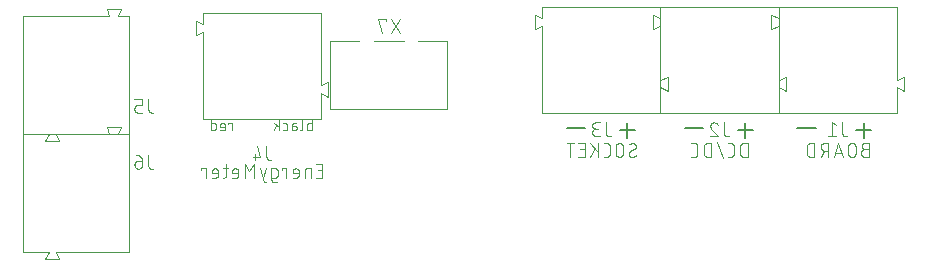
<source format=gbr>
G04 EAGLE Gerber RS-274X export*
G75*
%MOMM*%
%FSLAX34Y34*%
%LPD*%
%INSilkscreen Bottom*%
%IPPOS*%
%AMOC8*
5,1,8,0,0,1.08239X$1,22.5*%
G01*
%ADD10C,0.152400*%
%ADD11C,0.203200*%
%ADD12C,0.076200*%
%ADD13C,0.100000*%
%ADD14C,0.101600*%


D10*
X513079Y2947D02*
X500762Y2947D01*
X506921Y-3212D02*
X506921Y9106D01*
X600762Y2947D02*
X613079Y2947D01*
X606921Y-3212D02*
X606921Y9106D01*
X700762Y2947D02*
X713079Y2947D01*
X706921Y-3212D02*
X706921Y9106D01*
D11*
X471328Y4948D02*
X456016Y4948D01*
X651016Y4948D02*
X666328Y4948D01*
X571328Y4948D02*
X556016Y4948D01*
D12*
X239619Y2881D02*
X239619Y12119D01*
X239619Y2881D02*
X237053Y2881D01*
X236977Y2883D01*
X236902Y2888D01*
X236827Y2898D01*
X236753Y2911D01*
X236679Y2927D01*
X236606Y2947D01*
X236534Y2971D01*
X236464Y2998D01*
X236395Y3029D01*
X236327Y3063D01*
X236261Y3100D01*
X236197Y3141D01*
X236136Y3184D01*
X236076Y3231D01*
X236019Y3280D01*
X235964Y3332D01*
X235912Y3387D01*
X235863Y3444D01*
X235816Y3504D01*
X235773Y3565D01*
X235732Y3629D01*
X235695Y3695D01*
X235661Y3763D01*
X235630Y3832D01*
X235603Y3902D01*
X235579Y3974D01*
X235559Y4047D01*
X235543Y4121D01*
X235530Y4195D01*
X235520Y4270D01*
X235515Y4345D01*
X235513Y4421D01*
X235513Y7500D01*
X235515Y7576D01*
X235520Y7651D01*
X235530Y7726D01*
X235543Y7800D01*
X235559Y7874D01*
X235579Y7947D01*
X235603Y8019D01*
X235630Y8089D01*
X235661Y8158D01*
X235695Y8226D01*
X235732Y8292D01*
X235773Y8356D01*
X235816Y8417D01*
X235863Y8477D01*
X235912Y8534D01*
X235964Y8589D01*
X236019Y8641D01*
X236076Y8690D01*
X236136Y8737D01*
X236197Y8780D01*
X236261Y8821D01*
X236327Y8858D01*
X236395Y8892D01*
X236464Y8923D01*
X236534Y8950D01*
X236606Y8974D01*
X236679Y8994D01*
X236753Y9010D01*
X236827Y9023D01*
X236902Y9033D01*
X236977Y9038D01*
X237053Y9040D01*
X239619Y9040D01*
X231742Y12119D02*
X231742Y4421D01*
X231743Y4421D02*
X231741Y4343D01*
X231735Y4265D01*
X231725Y4188D01*
X231711Y4111D01*
X231694Y4035D01*
X231672Y3960D01*
X231647Y3886D01*
X231618Y3814D01*
X231586Y3743D01*
X231549Y3674D01*
X231510Y3606D01*
X231467Y3541D01*
X231421Y3478D01*
X231371Y3418D01*
X231319Y3360D01*
X231264Y3305D01*
X231206Y3253D01*
X231146Y3203D01*
X231083Y3157D01*
X231018Y3114D01*
X230950Y3075D01*
X230881Y3038D01*
X230810Y3006D01*
X230738Y2977D01*
X230664Y2952D01*
X230589Y2930D01*
X230513Y2913D01*
X230436Y2899D01*
X230359Y2889D01*
X230281Y2883D01*
X230203Y2881D01*
X225313Y6474D02*
X223004Y6474D01*
X225313Y6473D02*
X225396Y6471D01*
X225479Y6465D01*
X225561Y6456D01*
X225643Y6442D01*
X225724Y6425D01*
X225804Y6404D01*
X225884Y6380D01*
X225962Y6352D01*
X226038Y6320D01*
X226114Y6285D01*
X226187Y6246D01*
X226258Y6204D01*
X226328Y6159D01*
X226395Y6110D01*
X226460Y6059D01*
X226523Y6004D01*
X226583Y5947D01*
X226640Y5887D01*
X226695Y5824D01*
X226746Y5759D01*
X226795Y5692D01*
X226840Y5622D01*
X226882Y5551D01*
X226921Y5478D01*
X226956Y5402D01*
X226988Y5326D01*
X227016Y5248D01*
X227040Y5168D01*
X227061Y5088D01*
X227078Y5007D01*
X227092Y4925D01*
X227101Y4843D01*
X227107Y4760D01*
X227109Y4677D01*
X227107Y4594D01*
X227101Y4511D01*
X227092Y4429D01*
X227078Y4347D01*
X227061Y4266D01*
X227040Y4186D01*
X227016Y4106D01*
X226988Y4028D01*
X226956Y3952D01*
X226921Y3876D01*
X226882Y3803D01*
X226840Y3732D01*
X226795Y3662D01*
X226746Y3595D01*
X226695Y3530D01*
X226640Y3467D01*
X226583Y3407D01*
X226523Y3350D01*
X226460Y3295D01*
X226395Y3244D01*
X226328Y3195D01*
X226258Y3150D01*
X226187Y3108D01*
X226114Y3069D01*
X226038Y3034D01*
X225962Y3002D01*
X225884Y2974D01*
X225804Y2950D01*
X225724Y2929D01*
X225643Y2912D01*
X225561Y2898D01*
X225479Y2889D01*
X225396Y2883D01*
X225313Y2881D01*
X223004Y2881D01*
X223004Y7500D01*
X223003Y7500D02*
X223005Y7576D01*
X223010Y7651D01*
X223020Y7726D01*
X223033Y7800D01*
X223049Y7874D01*
X223069Y7947D01*
X223093Y8019D01*
X223120Y8089D01*
X223151Y8158D01*
X223185Y8226D01*
X223222Y8292D01*
X223263Y8356D01*
X223306Y8417D01*
X223353Y8477D01*
X223402Y8534D01*
X223454Y8589D01*
X223509Y8641D01*
X223566Y8690D01*
X223626Y8737D01*
X223687Y8780D01*
X223751Y8821D01*
X223817Y8858D01*
X223885Y8892D01*
X223954Y8923D01*
X224024Y8950D01*
X224096Y8974D01*
X224169Y8994D01*
X224243Y9010D01*
X224317Y9023D01*
X224392Y9033D01*
X224467Y9038D01*
X224543Y9040D01*
X224544Y9040D02*
X226596Y9040D01*
X217415Y2881D02*
X215362Y2881D01*
X217415Y2881D02*
X217491Y2883D01*
X217566Y2888D01*
X217641Y2898D01*
X217715Y2911D01*
X217789Y2927D01*
X217862Y2947D01*
X217934Y2971D01*
X218004Y2998D01*
X218073Y3029D01*
X218141Y3063D01*
X218207Y3100D01*
X218271Y3141D01*
X218332Y3184D01*
X218392Y3231D01*
X218449Y3280D01*
X218504Y3332D01*
X218556Y3387D01*
X218605Y3444D01*
X218652Y3504D01*
X218695Y3565D01*
X218736Y3629D01*
X218773Y3695D01*
X218807Y3763D01*
X218838Y3832D01*
X218865Y3902D01*
X218889Y3974D01*
X218909Y4047D01*
X218925Y4121D01*
X218938Y4195D01*
X218948Y4270D01*
X218953Y4345D01*
X218955Y4421D01*
X218954Y4421D02*
X218954Y7500D01*
X218955Y7500D02*
X218953Y7576D01*
X218948Y7651D01*
X218938Y7726D01*
X218925Y7800D01*
X218909Y7874D01*
X218889Y7947D01*
X218865Y8019D01*
X218838Y8089D01*
X218807Y8158D01*
X218773Y8226D01*
X218736Y8292D01*
X218695Y8356D01*
X218652Y8417D01*
X218605Y8477D01*
X218556Y8534D01*
X218504Y8589D01*
X218449Y8641D01*
X218392Y8690D01*
X218332Y8737D01*
X218271Y8780D01*
X218207Y8821D01*
X218141Y8858D01*
X218073Y8892D01*
X218004Y8923D01*
X217934Y8950D01*
X217862Y8974D01*
X217789Y8994D01*
X217715Y9010D01*
X217641Y9023D01*
X217566Y9033D01*
X217491Y9038D01*
X217415Y9040D01*
X215362Y9040D01*
X211660Y12119D02*
X211660Y2881D01*
X211660Y5960D02*
X207555Y9040D01*
X209864Y7243D02*
X207555Y2881D01*
X172119Y2881D02*
X172119Y9040D01*
X169040Y9040D01*
X169040Y8013D01*
X164630Y2881D02*
X162064Y2881D01*
X164630Y2881D02*
X164706Y2883D01*
X164781Y2888D01*
X164856Y2898D01*
X164930Y2911D01*
X165004Y2927D01*
X165077Y2947D01*
X165149Y2971D01*
X165219Y2998D01*
X165288Y3029D01*
X165356Y3063D01*
X165422Y3100D01*
X165486Y3141D01*
X165547Y3184D01*
X165607Y3231D01*
X165664Y3280D01*
X165719Y3332D01*
X165771Y3387D01*
X165820Y3444D01*
X165867Y3504D01*
X165910Y3565D01*
X165951Y3629D01*
X165988Y3695D01*
X166022Y3763D01*
X166053Y3832D01*
X166080Y3902D01*
X166104Y3974D01*
X166124Y4047D01*
X166140Y4121D01*
X166153Y4195D01*
X166163Y4270D01*
X166168Y4345D01*
X166170Y4421D01*
X166170Y6987D01*
X166168Y7077D01*
X166162Y7166D01*
X166152Y7255D01*
X166139Y7343D01*
X166121Y7431D01*
X166100Y7518D01*
X166075Y7604D01*
X166046Y7689D01*
X166014Y7773D01*
X165978Y7855D01*
X165938Y7935D01*
X165895Y8014D01*
X165848Y8090D01*
X165799Y8165D01*
X165746Y8237D01*
X165690Y8307D01*
X165631Y8374D01*
X165569Y8439D01*
X165504Y8501D01*
X165437Y8560D01*
X165367Y8616D01*
X165295Y8669D01*
X165220Y8718D01*
X165144Y8765D01*
X165065Y8808D01*
X164985Y8848D01*
X164903Y8884D01*
X164819Y8916D01*
X164734Y8945D01*
X164648Y8970D01*
X164561Y8991D01*
X164473Y9009D01*
X164385Y9022D01*
X164296Y9032D01*
X164207Y9038D01*
X164117Y9040D01*
X164027Y9038D01*
X163938Y9032D01*
X163849Y9022D01*
X163761Y9009D01*
X163673Y8991D01*
X163586Y8970D01*
X163500Y8945D01*
X163415Y8916D01*
X163331Y8884D01*
X163249Y8848D01*
X163169Y8808D01*
X163091Y8765D01*
X163014Y8718D01*
X162939Y8669D01*
X162867Y8616D01*
X162797Y8560D01*
X162730Y8501D01*
X162665Y8439D01*
X162603Y8374D01*
X162544Y8307D01*
X162488Y8237D01*
X162435Y8165D01*
X162386Y8090D01*
X162339Y8014D01*
X162296Y7935D01*
X162256Y7855D01*
X162220Y7773D01*
X162188Y7689D01*
X162159Y7604D01*
X162134Y7518D01*
X162113Y7431D01*
X162095Y7343D01*
X162082Y7255D01*
X162072Y7166D01*
X162066Y7077D01*
X162064Y6987D01*
X162064Y5960D01*
X166170Y5960D01*
X154310Y2881D02*
X154310Y12119D01*
X154310Y2881D02*
X156876Y2881D01*
X156952Y2883D01*
X157027Y2888D01*
X157102Y2898D01*
X157176Y2911D01*
X157250Y2927D01*
X157323Y2947D01*
X157395Y2971D01*
X157465Y2998D01*
X157534Y3029D01*
X157602Y3063D01*
X157668Y3100D01*
X157732Y3141D01*
X157793Y3184D01*
X157853Y3231D01*
X157910Y3280D01*
X157965Y3332D01*
X158017Y3387D01*
X158066Y3444D01*
X158113Y3504D01*
X158156Y3565D01*
X158197Y3629D01*
X158234Y3695D01*
X158268Y3763D01*
X158299Y3832D01*
X158326Y3902D01*
X158350Y3974D01*
X158370Y4047D01*
X158386Y4121D01*
X158399Y4195D01*
X158409Y4270D01*
X158414Y4345D01*
X158416Y4421D01*
X158415Y4421D02*
X158415Y7500D01*
X158416Y7500D02*
X158414Y7576D01*
X158409Y7651D01*
X158399Y7726D01*
X158386Y7800D01*
X158370Y7874D01*
X158350Y7947D01*
X158326Y8019D01*
X158299Y8089D01*
X158268Y8158D01*
X158234Y8226D01*
X158197Y8292D01*
X158156Y8356D01*
X158113Y8417D01*
X158066Y8477D01*
X158017Y8534D01*
X157965Y8589D01*
X157910Y8641D01*
X157853Y8690D01*
X157793Y8737D01*
X157732Y8780D01*
X157668Y8821D01*
X157602Y8858D01*
X157534Y8892D01*
X157465Y8923D01*
X157395Y8950D01*
X157323Y8974D01*
X157250Y8994D01*
X157176Y9010D01*
X157102Y9023D01*
X157027Y9033D01*
X156952Y9038D01*
X156876Y9040D01*
X154310Y9040D01*
D13*
X255500Y21000D02*
X354500Y21000D01*
X354500Y78500D01*
X330000Y78500D01*
X280000Y78500D02*
X255500Y78500D01*
X255500Y21000D01*
X292500Y78500D02*
X317500Y78500D01*
D14*
X314492Y85508D02*
X306703Y97192D01*
X314492Y97192D02*
X306703Y85508D01*
X302413Y95894D02*
X302413Y97192D01*
X295922Y97192D01*
X299167Y85508D01*
D13*
X635000Y17500D02*
X735000Y17500D01*
X629000Y88500D02*
X629000Y100500D01*
X635000Y107500D02*
X735000Y107500D01*
X735000Y46000D01*
X735000Y39500D02*
X735000Y17500D01*
X635000Y98000D02*
X635000Y107500D01*
X635000Y91000D02*
X635000Y17500D01*
X635000Y98000D02*
X629000Y100500D01*
X635000Y91000D02*
X629000Y88500D01*
X741000Y48500D02*
X741000Y36500D01*
X735000Y46000D02*
X741000Y48500D01*
X735000Y39500D02*
X741000Y36500D01*
D14*
X688935Y9692D02*
X688935Y604D01*
X688937Y505D01*
X688943Y405D01*
X688952Y306D01*
X688965Y208D01*
X688982Y110D01*
X689003Y12D01*
X689028Y-84D01*
X689056Y-179D01*
X689088Y-273D01*
X689123Y-366D01*
X689162Y-458D01*
X689205Y-548D01*
X689250Y-636D01*
X689300Y-723D01*
X689352Y-807D01*
X689408Y-890D01*
X689466Y-970D01*
X689528Y-1048D01*
X689593Y-1123D01*
X689661Y-1196D01*
X689731Y-1266D01*
X689804Y-1334D01*
X689879Y-1399D01*
X689957Y-1461D01*
X690037Y-1519D01*
X690120Y-1575D01*
X690204Y-1627D01*
X690291Y-1677D01*
X690379Y-1722D01*
X690469Y-1765D01*
X690561Y-1804D01*
X690654Y-1839D01*
X690748Y-1871D01*
X690843Y-1899D01*
X690939Y-1924D01*
X691037Y-1945D01*
X691135Y-1962D01*
X691233Y-1975D01*
X691332Y-1984D01*
X691432Y-1990D01*
X691531Y-1992D01*
X692830Y-1992D01*
X683662Y7096D02*
X680416Y9692D01*
X680416Y-1992D01*
X683662Y-1992D02*
X677170Y-1992D01*
X707966Y-13001D02*
X711211Y-13001D01*
X707966Y-13000D02*
X707853Y-13002D01*
X707740Y-13008D01*
X707627Y-13018D01*
X707514Y-13032D01*
X707402Y-13049D01*
X707291Y-13071D01*
X707181Y-13096D01*
X707071Y-13126D01*
X706963Y-13159D01*
X706856Y-13196D01*
X706750Y-13236D01*
X706646Y-13281D01*
X706543Y-13329D01*
X706442Y-13380D01*
X706343Y-13435D01*
X706246Y-13493D01*
X706151Y-13555D01*
X706058Y-13620D01*
X705968Y-13688D01*
X705880Y-13759D01*
X705794Y-13834D01*
X705711Y-13911D01*
X705631Y-13991D01*
X705554Y-14074D01*
X705479Y-14160D01*
X705408Y-14248D01*
X705340Y-14338D01*
X705275Y-14431D01*
X705213Y-14526D01*
X705155Y-14623D01*
X705100Y-14722D01*
X705049Y-14823D01*
X705001Y-14926D01*
X704956Y-15030D01*
X704916Y-15136D01*
X704879Y-15243D01*
X704846Y-15351D01*
X704816Y-15461D01*
X704791Y-15571D01*
X704769Y-15682D01*
X704752Y-15794D01*
X704738Y-15907D01*
X704728Y-16020D01*
X704722Y-16133D01*
X704720Y-16246D01*
X704722Y-16359D01*
X704728Y-16472D01*
X704738Y-16585D01*
X704752Y-16698D01*
X704769Y-16810D01*
X704791Y-16921D01*
X704816Y-17031D01*
X704846Y-17141D01*
X704879Y-17249D01*
X704916Y-17356D01*
X704956Y-17462D01*
X705001Y-17566D01*
X705049Y-17669D01*
X705100Y-17770D01*
X705155Y-17869D01*
X705213Y-17966D01*
X705275Y-18061D01*
X705340Y-18154D01*
X705408Y-18244D01*
X705479Y-18332D01*
X705554Y-18418D01*
X705631Y-18501D01*
X705711Y-18581D01*
X705794Y-18658D01*
X705880Y-18733D01*
X705968Y-18804D01*
X706058Y-18872D01*
X706151Y-18937D01*
X706246Y-18999D01*
X706343Y-19057D01*
X706442Y-19112D01*
X706543Y-19163D01*
X706646Y-19211D01*
X706750Y-19256D01*
X706856Y-19296D01*
X706963Y-19333D01*
X707071Y-19366D01*
X707181Y-19396D01*
X707291Y-19421D01*
X707402Y-19443D01*
X707514Y-19460D01*
X707627Y-19474D01*
X707740Y-19484D01*
X707853Y-19490D01*
X707966Y-19492D01*
X711211Y-19492D01*
X711211Y-7808D01*
X707966Y-7808D01*
X707865Y-7810D01*
X707765Y-7816D01*
X707665Y-7826D01*
X707565Y-7839D01*
X707466Y-7857D01*
X707367Y-7878D01*
X707270Y-7903D01*
X707173Y-7932D01*
X707078Y-7965D01*
X706984Y-8001D01*
X706892Y-8041D01*
X706801Y-8084D01*
X706712Y-8131D01*
X706625Y-8181D01*
X706539Y-8235D01*
X706456Y-8292D01*
X706376Y-8352D01*
X706297Y-8415D01*
X706221Y-8482D01*
X706148Y-8551D01*
X706078Y-8623D01*
X706010Y-8697D01*
X705945Y-8774D01*
X705884Y-8854D01*
X705825Y-8936D01*
X705770Y-9020D01*
X705718Y-9106D01*
X705669Y-9194D01*
X705624Y-9284D01*
X705582Y-9376D01*
X705544Y-9469D01*
X705510Y-9564D01*
X705479Y-9659D01*
X705452Y-9756D01*
X705429Y-9854D01*
X705409Y-9953D01*
X705394Y-10053D01*
X705382Y-10153D01*
X705374Y-10253D01*
X705370Y-10354D01*
X705370Y-10454D01*
X705374Y-10555D01*
X705382Y-10655D01*
X705394Y-10755D01*
X705409Y-10855D01*
X705429Y-10954D01*
X705452Y-11052D01*
X705479Y-11149D01*
X705510Y-11244D01*
X705544Y-11339D01*
X705582Y-11432D01*
X705624Y-11524D01*
X705669Y-11614D01*
X705718Y-11702D01*
X705770Y-11788D01*
X705825Y-11872D01*
X705884Y-11954D01*
X705945Y-12034D01*
X706010Y-12111D01*
X706078Y-12185D01*
X706148Y-12257D01*
X706221Y-12326D01*
X706297Y-12393D01*
X706376Y-12456D01*
X706456Y-12516D01*
X706539Y-12573D01*
X706625Y-12627D01*
X706712Y-12677D01*
X706801Y-12724D01*
X706892Y-12767D01*
X706984Y-12807D01*
X707078Y-12843D01*
X707173Y-12876D01*
X707270Y-12905D01*
X707367Y-12930D01*
X707466Y-12951D01*
X707565Y-12969D01*
X707665Y-12982D01*
X707765Y-12992D01*
X707865Y-12998D01*
X707966Y-13000D01*
X700332Y-11054D02*
X700332Y-16246D01*
X700332Y-11054D02*
X700330Y-10941D01*
X700324Y-10828D01*
X700314Y-10715D01*
X700300Y-10602D01*
X700283Y-10490D01*
X700261Y-10379D01*
X700236Y-10269D01*
X700206Y-10159D01*
X700173Y-10051D01*
X700136Y-9944D01*
X700096Y-9838D01*
X700051Y-9734D01*
X700003Y-9631D01*
X699952Y-9530D01*
X699897Y-9431D01*
X699839Y-9334D01*
X699777Y-9239D01*
X699712Y-9146D01*
X699644Y-9056D01*
X699573Y-8968D01*
X699498Y-8882D01*
X699421Y-8799D01*
X699341Y-8719D01*
X699258Y-8642D01*
X699172Y-8567D01*
X699084Y-8496D01*
X698994Y-8428D01*
X698901Y-8363D01*
X698806Y-8301D01*
X698709Y-8243D01*
X698610Y-8188D01*
X698509Y-8137D01*
X698406Y-8089D01*
X698302Y-8044D01*
X698196Y-8004D01*
X698089Y-7967D01*
X697981Y-7934D01*
X697871Y-7904D01*
X697761Y-7879D01*
X697650Y-7857D01*
X697538Y-7840D01*
X697425Y-7826D01*
X697312Y-7816D01*
X697199Y-7810D01*
X697086Y-7808D01*
X696973Y-7810D01*
X696860Y-7816D01*
X696747Y-7826D01*
X696634Y-7840D01*
X696522Y-7857D01*
X696411Y-7879D01*
X696301Y-7904D01*
X696191Y-7934D01*
X696083Y-7967D01*
X695976Y-8004D01*
X695870Y-8044D01*
X695766Y-8089D01*
X695663Y-8137D01*
X695562Y-8188D01*
X695463Y-8243D01*
X695366Y-8301D01*
X695271Y-8363D01*
X695178Y-8428D01*
X695088Y-8496D01*
X695000Y-8567D01*
X694914Y-8642D01*
X694831Y-8719D01*
X694751Y-8799D01*
X694674Y-8882D01*
X694599Y-8968D01*
X694528Y-9056D01*
X694460Y-9146D01*
X694395Y-9239D01*
X694333Y-9334D01*
X694275Y-9431D01*
X694220Y-9530D01*
X694169Y-9631D01*
X694121Y-9734D01*
X694076Y-9838D01*
X694036Y-9944D01*
X693999Y-10051D01*
X693966Y-10159D01*
X693936Y-10269D01*
X693911Y-10379D01*
X693889Y-10490D01*
X693872Y-10602D01*
X693858Y-10715D01*
X693848Y-10828D01*
X693842Y-10941D01*
X693840Y-11054D01*
X693841Y-11054D02*
X693841Y-16246D01*
X693840Y-16246D02*
X693842Y-16359D01*
X693848Y-16472D01*
X693858Y-16585D01*
X693872Y-16698D01*
X693889Y-16810D01*
X693911Y-16921D01*
X693936Y-17031D01*
X693966Y-17141D01*
X693999Y-17249D01*
X694036Y-17356D01*
X694076Y-17462D01*
X694121Y-17566D01*
X694169Y-17669D01*
X694220Y-17770D01*
X694275Y-17869D01*
X694333Y-17966D01*
X694395Y-18061D01*
X694460Y-18154D01*
X694528Y-18244D01*
X694599Y-18332D01*
X694674Y-18418D01*
X694751Y-18501D01*
X694831Y-18581D01*
X694914Y-18658D01*
X695000Y-18733D01*
X695088Y-18804D01*
X695178Y-18872D01*
X695271Y-18937D01*
X695366Y-18999D01*
X695463Y-19057D01*
X695562Y-19112D01*
X695663Y-19163D01*
X695766Y-19211D01*
X695870Y-19256D01*
X695976Y-19296D01*
X696083Y-19333D01*
X696191Y-19366D01*
X696301Y-19396D01*
X696411Y-19421D01*
X696522Y-19443D01*
X696634Y-19460D01*
X696747Y-19474D01*
X696860Y-19484D01*
X696973Y-19490D01*
X697086Y-19492D01*
X697199Y-19490D01*
X697312Y-19484D01*
X697425Y-19474D01*
X697538Y-19460D01*
X697650Y-19443D01*
X697761Y-19421D01*
X697871Y-19396D01*
X697981Y-19366D01*
X698089Y-19333D01*
X698196Y-19296D01*
X698302Y-19256D01*
X698406Y-19211D01*
X698509Y-19163D01*
X698610Y-19112D01*
X698709Y-19057D01*
X698806Y-18999D01*
X698901Y-18937D01*
X698994Y-18872D01*
X699084Y-18804D01*
X699172Y-18733D01*
X699258Y-18658D01*
X699341Y-18581D01*
X699421Y-18501D01*
X699498Y-18418D01*
X699573Y-18332D01*
X699644Y-18244D01*
X699712Y-18154D01*
X699777Y-18061D01*
X699839Y-17966D01*
X699897Y-17869D01*
X699952Y-17770D01*
X700003Y-17669D01*
X700051Y-17566D01*
X700096Y-17462D01*
X700136Y-17356D01*
X700173Y-17249D01*
X700206Y-17141D01*
X700236Y-17031D01*
X700261Y-16921D01*
X700283Y-16810D01*
X700300Y-16698D01*
X700314Y-16585D01*
X700324Y-16472D01*
X700330Y-16359D01*
X700332Y-16246D01*
X689551Y-19492D02*
X685656Y-7808D01*
X681762Y-19492D01*
X682735Y-16571D02*
X688577Y-16571D01*
X677017Y-19492D02*
X677017Y-7808D01*
X673772Y-7808D01*
X673659Y-7810D01*
X673546Y-7816D01*
X673433Y-7826D01*
X673320Y-7840D01*
X673208Y-7857D01*
X673097Y-7879D01*
X672987Y-7904D01*
X672877Y-7934D01*
X672769Y-7967D01*
X672662Y-8004D01*
X672556Y-8044D01*
X672452Y-8089D01*
X672349Y-8137D01*
X672248Y-8188D01*
X672149Y-8243D01*
X672052Y-8301D01*
X671957Y-8363D01*
X671864Y-8428D01*
X671774Y-8496D01*
X671686Y-8567D01*
X671600Y-8642D01*
X671517Y-8719D01*
X671437Y-8799D01*
X671360Y-8882D01*
X671285Y-8968D01*
X671214Y-9056D01*
X671146Y-9146D01*
X671081Y-9239D01*
X671019Y-9334D01*
X670961Y-9431D01*
X670906Y-9530D01*
X670855Y-9631D01*
X670807Y-9734D01*
X670762Y-9838D01*
X670722Y-9944D01*
X670685Y-10051D01*
X670652Y-10159D01*
X670622Y-10269D01*
X670597Y-10379D01*
X670575Y-10490D01*
X670558Y-10602D01*
X670544Y-10715D01*
X670534Y-10828D01*
X670528Y-10941D01*
X670526Y-11054D01*
X670528Y-11167D01*
X670534Y-11280D01*
X670544Y-11393D01*
X670558Y-11506D01*
X670575Y-11618D01*
X670597Y-11729D01*
X670622Y-11839D01*
X670652Y-11949D01*
X670685Y-12057D01*
X670722Y-12164D01*
X670762Y-12270D01*
X670807Y-12374D01*
X670855Y-12477D01*
X670906Y-12578D01*
X670961Y-12677D01*
X671019Y-12774D01*
X671081Y-12869D01*
X671146Y-12962D01*
X671214Y-13052D01*
X671285Y-13140D01*
X671360Y-13226D01*
X671437Y-13309D01*
X671517Y-13389D01*
X671600Y-13466D01*
X671686Y-13541D01*
X671774Y-13612D01*
X671864Y-13680D01*
X671957Y-13745D01*
X672052Y-13807D01*
X672149Y-13865D01*
X672248Y-13920D01*
X672349Y-13971D01*
X672452Y-14019D01*
X672556Y-14064D01*
X672662Y-14104D01*
X672769Y-14141D01*
X672877Y-14174D01*
X672987Y-14204D01*
X673097Y-14229D01*
X673208Y-14251D01*
X673320Y-14268D01*
X673433Y-14282D01*
X673546Y-14292D01*
X673659Y-14298D01*
X673772Y-14300D01*
X673772Y-14299D02*
X677017Y-14299D01*
X673122Y-14299D02*
X670526Y-19492D01*
X665280Y-19492D02*
X665280Y-7808D01*
X662034Y-7808D01*
X661921Y-7810D01*
X661808Y-7816D01*
X661695Y-7826D01*
X661582Y-7840D01*
X661470Y-7857D01*
X661359Y-7879D01*
X661249Y-7904D01*
X661139Y-7934D01*
X661031Y-7967D01*
X660924Y-8004D01*
X660818Y-8044D01*
X660714Y-8089D01*
X660611Y-8137D01*
X660510Y-8188D01*
X660411Y-8243D01*
X660314Y-8301D01*
X660219Y-8363D01*
X660126Y-8428D01*
X660036Y-8496D01*
X659948Y-8567D01*
X659862Y-8642D01*
X659779Y-8719D01*
X659699Y-8799D01*
X659622Y-8882D01*
X659547Y-8968D01*
X659476Y-9056D01*
X659408Y-9146D01*
X659343Y-9239D01*
X659281Y-9334D01*
X659223Y-9431D01*
X659168Y-9530D01*
X659117Y-9631D01*
X659069Y-9734D01*
X659024Y-9838D01*
X658984Y-9944D01*
X658947Y-10051D01*
X658914Y-10159D01*
X658884Y-10269D01*
X658859Y-10379D01*
X658837Y-10490D01*
X658820Y-10602D01*
X658806Y-10715D01*
X658796Y-10828D01*
X658790Y-10941D01*
X658788Y-11054D01*
X658789Y-11054D02*
X658789Y-16246D01*
X658788Y-16246D02*
X658790Y-16359D01*
X658796Y-16472D01*
X658806Y-16585D01*
X658820Y-16698D01*
X658837Y-16810D01*
X658859Y-16921D01*
X658884Y-17031D01*
X658914Y-17141D01*
X658947Y-17249D01*
X658984Y-17356D01*
X659024Y-17462D01*
X659069Y-17566D01*
X659117Y-17669D01*
X659168Y-17770D01*
X659223Y-17869D01*
X659281Y-17966D01*
X659343Y-18061D01*
X659408Y-18154D01*
X659476Y-18244D01*
X659547Y-18332D01*
X659622Y-18418D01*
X659699Y-18501D01*
X659779Y-18581D01*
X659862Y-18658D01*
X659948Y-18733D01*
X660036Y-18804D01*
X660126Y-18872D01*
X660219Y-18937D01*
X660314Y-18999D01*
X660411Y-19057D01*
X660510Y-19112D01*
X660611Y-19163D01*
X660714Y-19211D01*
X660818Y-19256D01*
X660924Y-19296D01*
X661031Y-19333D01*
X661139Y-19366D01*
X661249Y-19396D01*
X661359Y-19421D01*
X661470Y-19443D01*
X661582Y-19460D01*
X661695Y-19474D01*
X661808Y-19484D01*
X661921Y-19490D01*
X662034Y-19492D01*
X665280Y-19492D01*
D13*
X635000Y17500D02*
X535000Y17500D01*
X529000Y88500D02*
X529000Y100500D01*
X535000Y107500D02*
X635000Y107500D01*
X635000Y46000D01*
X635000Y39500D02*
X635000Y17500D01*
X535000Y98000D02*
X535000Y107500D01*
X535000Y91000D02*
X535000Y17500D01*
X535000Y98000D02*
X529000Y100500D01*
X535000Y91000D02*
X529000Y88500D01*
X641000Y48500D02*
X641000Y36500D01*
X635000Y46000D02*
X641000Y48500D01*
X635000Y39500D02*
X641000Y36500D01*
D14*
X588935Y9692D02*
X588935Y604D01*
X588937Y505D01*
X588943Y405D01*
X588952Y306D01*
X588965Y208D01*
X588982Y110D01*
X589003Y12D01*
X589028Y-84D01*
X589056Y-179D01*
X589088Y-273D01*
X589123Y-366D01*
X589162Y-458D01*
X589205Y-548D01*
X589250Y-636D01*
X589300Y-723D01*
X589352Y-807D01*
X589408Y-890D01*
X589466Y-970D01*
X589528Y-1048D01*
X589593Y-1123D01*
X589661Y-1196D01*
X589731Y-1266D01*
X589804Y-1334D01*
X589879Y-1399D01*
X589957Y-1461D01*
X590037Y-1519D01*
X590120Y-1575D01*
X590204Y-1627D01*
X590291Y-1677D01*
X590379Y-1722D01*
X590469Y-1765D01*
X590561Y-1804D01*
X590654Y-1839D01*
X590748Y-1871D01*
X590843Y-1899D01*
X590939Y-1924D01*
X591037Y-1945D01*
X591135Y-1962D01*
X591233Y-1975D01*
X591332Y-1984D01*
X591432Y-1990D01*
X591531Y-1992D01*
X592830Y-1992D01*
X580091Y9692D02*
X579984Y9690D01*
X579878Y9684D01*
X579772Y9674D01*
X579666Y9661D01*
X579560Y9643D01*
X579456Y9622D01*
X579352Y9597D01*
X579249Y9568D01*
X579148Y9536D01*
X579048Y9499D01*
X578949Y9459D01*
X578851Y9416D01*
X578755Y9369D01*
X578661Y9318D01*
X578569Y9264D01*
X578479Y9207D01*
X578391Y9147D01*
X578306Y9083D01*
X578223Y9016D01*
X578142Y8946D01*
X578064Y8874D01*
X577988Y8798D01*
X577916Y8720D01*
X577846Y8639D01*
X577779Y8556D01*
X577715Y8471D01*
X577655Y8383D01*
X577598Y8293D01*
X577544Y8201D01*
X577493Y8107D01*
X577446Y8011D01*
X577403Y7913D01*
X577363Y7814D01*
X577326Y7714D01*
X577294Y7613D01*
X577265Y7510D01*
X577240Y7406D01*
X577219Y7302D01*
X577201Y7196D01*
X577188Y7090D01*
X577178Y6984D01*
X577172Y6878D01*
X577170Y6771D01*
X580091Y9692D02*
X580212Y9690D01*
X580333Y9684D01*
X580453Y9674D01*
X580574Y9661D01*
X580693Y9643D01*
X580813Y9622D01*
X580931Y9597D01*
X581048Y9568D01*
X581165Y9535D01*
X581280Y9499D01*
X581394Y9458D01*
X581507Y9415D01*
X581619Y9367D01*
X581728Y9316D01*
X581836Y9261D01*
X581943Y9203D01*
X582047Y9142D01*
X582149Y9077D01*
X582249Y9009D01*
X582347Y8938D01*
X582443Y8864D01*
X582536Y8787D01*
X582626Y8706D01*
X582714Y8623D01*
X582799Y8537D01*
X582882Y8448D01*
X582961Y8357D01*
X583038Y8263D01*
X583111Y8167D01*
X583181Y8069D01*
X583248Y7968D01*
X583312Y7865D01*
X583373Y7760D01*
X583430Y7653D01*
X583483Y7545D01*
X583533Y7435D01*
X583579Y7323D01*
X583622Y7210D01*
X583661Y7095D01*
X578145Y4499D02*
X578066Y4577D01*
X577990Y4657D01*
X577917Y4740D01*
X577847Y4826D01*
X577780Y4913D01*
X577716Y5004D01*
X577656Y5096D01*
X577598Y5190D01*
X577544Y5287D01*
X577494Y5385D01*
X577447Y5485D01*
X577403Y5586D01*
X577363Y5689D01*
X577327Y5794D01*
X577295Y5899D01*
X577266Y6006D01*
X577241Y6113D01*
X577219Y6222D01*
X577202Y6331D01*
X577188Y6440D01*
X577179Y6550D01*
X577173Y6661D01*
X577171Y6771D01*
X578144Y4499D02*
X583662Y-1992D01*
X577170Y-1992D01*
X608916Y-7808D02*
X608916Y-19492D01*
X608916Y-7808D02*
X605670Y-7808D01*
X605557Y-7810D01*
X605444Y-7816D01*
X605331Y-7826D01*
X605218Y-7840D01*
X605106Y-7857D01*
X604995Y-7879D01*
X604885Y-7904D01*
X604775Y-7934D01*
X604667Y-7967D01*
X604560Y-8004D01*
X604454Y-8044D01*
X604350Y-8089D01*
X604247Y-8137D01*
X604146Y-8188D01*
X604047Y-8243D01*
X603950Y-8301D01*
X603855Y-8363D01*
X603762Y-8428D01*
X603672Y-8496D01*
X603584Y-8567D01*
X603498Y-8642D01*
X603415Y-8719D01*
X603335Y-8799D01*
X603258Y-8882D01*
X603183Y-8968D01*
X603112Y-9056D01*
X603044Y-9146D01*
X602979Y-9239D01*
X602917Y-9334D01*
X602859Y-9431D01*
X602804Y-9530D01*
X602753Y-9631D01*
X602705Y-9734D01*
X602660Y-9838D01*
X602620Y-9944D01*
X602583Y-10051D01*
X602550Y-10159D01*
X602520Y-10269D01*
X602495Y-10379D01*
X602473Y-10490D01*
X602456Y-10602D01*
X602442Y-10715D01*
X602432Y-10828D01*
X602426Y-10941D01*
X602424Y-11054D01*
X602425Y-11054D02*
X602425Y-16246D01*
X602424Y-16246D02*
X602426Y-16359D01*
X602432Y-16472D01*
X602442Y-16585D01*
X602456Y-16698D01*
X602473Y-16810D01*
X602495Y-16921D01*
X602520Y-17031D01*
X602550Y-17141D01*
X602583Y-17249D01*
X602620Y-17356D01*
X602660Y-17462D01*
X602705Y-17566D01*
X602753Y-17669D01*
X602804Y-17770D01*
X602859Y-17869D01*
X602917Y-17966D01*
X602979Y-18061D01*
X603044Y-18154D01*
X603112Y-18244D01*
X603183Y-18332D01*
X603258Y-18418D01*
X603335Y-18501D01*
X603415Y-18581D01*
X603498Y-18658D01*
X603584Y-18733D01*
X603672Y-18804D01*
X603762Y-18872D01*
X603855Y-18937D01*
X603950Y-18999D01*
X604047Y-19057D01*
X604146Y-19112D01*
X604247Y-19163D01*
X604350Y-19211D01*
X604454Y-19256D01*
X604560Y-19296D01*
X604667Y-19333D01*
X604775Y-19366D01*
X604885Y-19396D01*
X604995Y-19421D01*
X605106Y-19443D01*
X605218Y-19460D01*
X605331Y-19474D01*
X605444Y-19484D01*
X605557Y-19490D01*
X605670Y-19492D01*
X608916Y-19492D01*
X594542Y-19492D02*
X591945Y-19492D01*
X594542Y-19492D02*
X594641Y-19490D01*
X594741Y-19484D01*
X594840Y-19475D01*
X594938Y-19462D01*
X595036Y-19445D01*
X595134Y-19424D01*
X595230Y-19399D01*
X595325Y-19371D01*
X595419Y-19339D01*
X595512Y-19304D01*
X595604Y-19265D01*
X595694Y-19222D01*
X595782Y-19177D01*
X595869Y-19127D01*
X595953Y-19075D01*
X596036Y-19019D01*
X596116Y-18961D01*
X596194Y-18899D01*
X596269Y-18834D01*
X596342Y-18766D01*
X596412Y-18696D01*
X596480Y-18623D01*
X596545Y-18548D01*
X596607Y-18470D01*
X596665Y-18390D01*
X596721Y-18307D01*
X596773Y-18223D01*
X596823Y-18136D01*
X596868Y-18048D01*
X596911Y-17958D01*
X596950Y-17866D01*
X596985Y-17773D01*
X597017Y-17679D01*
X597045Y-17584D01*
X597070Y-17488D01*
X597091Y-17390D01*
X597108Y-17292D01*
X597121Y-17194D01*
X597130Y-17095D01*
X597136Y-16995D01*
X597138Y-16896D01*
X597138Y-10404D01*
X597139Y-10404D02*
X597137Y-10305D01*
X597131Y-10205D01*
X597122Y-10106D01*
X597109Y-10008D01*
X597091Y-9910D01*
X597071Y-9812D01*
X597046Y-9716D01*
X597018Y-9620D01*
X596986Y-9526D01*
X596951Y-9433D01*
X596912Y-9342D01*
X596869Y-9252D01*
X596824Y-9163D01*
X596774Y-9077D01*
X596722Y-8992D01*
X596666Y-8910D01*
X596607Y-8830D01*
X596546Y-8752D01*
X596481Y-8676D01*
X596413Y-8603D01*
X596343Y-8533D01*
X596270Y-8465D01*
X596194Y-8400D01*
X596116Y-8339D01*
X596036Y-8280D01*
X595954Y-8224D01*
X595869Y-8172D01*
X595783Y-8123D01*
X595694Y-8077D01*
X595604Y-8034D01*
X595513Y-7995D01*
X595420Y-7960D01*
X595326Y-7928D01*
X595230Y-7900D01*
X595134Y-7875D01*
X595036Y-7855D01*
X594938Y-7837D01*
X594840Y-7824D01*
X594741Y-7815D01*
X594642Y-7809D01*
X594542Y-7807D01*
X594542Y-7808D02*
X591945Y-7808D01*
X582881Y-6510D02*
X588074Y-20790D01*
X578055Y-19492D02*
X578055Y-7808D01*
X574809Y-7808D01*
X574696Y-7810D01*
X574583Y-7816D01*
X574470Y-7826D01*
X574357Y-7840D01*
X574245Y-7857D01*
X574134Y-7879D01*
X574024Y-7904D01*
X573914Y-7934D01*
X573806Y-7967D01*
X573699Y-8004D01*
X573593Y-8044D01*
X573489Y-8089D01*
X573386Y-8137D01*
X573285Y-8188D01*
X573186Y-8243D01*
X573089Y-8301D01*
X572994Y-8363D01*
X572901Y-8428D01*
X572811Y-8496D01*
X572723Y-8567D01*
X572637Y-8642D01*
X572554Y-8719D01*
X572474Y-8799D01*
X572397Y-8882D01*
X572322Y-8968D01*
X572251Y-9056D01*
X572183Y-9146D01*
X572118Y-9239D01*
X572056Y-9334D01*
X571998Y-9431D01*
X571943Y-9530D01*
X571892Y-9631D01*
X571844Y-9734D01*
X571799Y-9838D01*
X571759Y-9944D01*
X571722Y-10051D01*
X571689Y-10159D01*
X571659Y-10269D01*
X571634Y-10379D01*
X571612Y-10490D01*
X571595Y-10602D01*
X571581Y-10715D01*
X571571Y-10828D01*
X571565Y-10941D01*
X571563Y-11054D01*
X571564Y-11054D02*
X571564Y-16246D01*
X571563Y-16246D02*
X571565Y-16359D01*
X571571Y-16472D01*
X571581Y-16585D01*
X571595Y-16698D01*
X571612Y-16810D01*
X571634Y-16921D01*
X571659Y-17031D01*
X571689Y-17141D01*
X571722Y-17249D01*
X571759Y-17356D01*
X571799Y-17462D01*
X571844Y-17566D01*
X571892Y-17669D01*
X571943Y-17770D01*
X571998Y-17869D01*
X572056Y-17966D01*
X572118Y-18061D01*
X572183Y-18154D01*
X572251Y-18244D01*
X572322Y-18332D01*
X572397Y-18418D01*
X572474Y-18501D01*
X572554Y-18581D01*
X572637Y-18658D01*
X572723Y-18733D01*
X572811Y-18804D01*
X572901Y-18872D01*
X572994Y-18937D01*
X573089Y-18999D01*
X573186Y-19057D01*
X573285Y-19112D01*
X573386Y-19163D01*
X573489Y-19211D01*
X573593Y-19256D01*
X573699Y-19296D01*
X573806Y-19333D01*
X573914Y-19366D01*
X574024Y-19396D01*
X574134Y-19421D01*
X574245Y-19443D01*
X574357Y-19460D01*
X574470Y-19474D01*
X574583Y-19484D01*
X574696Y-19490D01*
X574809Y-19492D01*
X578055Y-19492D01*
X563681Y-19492D02*
X561084Y-19492D01*
X563681Y-19492D02*
X563780Y-19490D01*
X563880Y-19484D01*
X563979Y-19475D01*
X564077Y-19462D01*
X564175Y-19445D01*
X564273Y-19424D01*
X564369Y-19399D01*
X564464Y-19371D01*
X564558Y-19339D01*
X564651Y-19304D01*
X564743Y-19265D01*
X564833Y-19222D01*
X564921Y-19177D01*
X565008Y-19127D01*
X565092Y-19075D01*
X565175Y-19019D01*
X565255Y-18961D01*
X565333Y-18899D01*
X565408Y-18834D01*
X565481Y-18766D01*
X565551Y-18696D01*
X565619Y-18623D01*
X565684Y-18548D01*
X565746Y-18470D01*
X565804Y-18390D01*
X565860Y-18307D01*
X565912Y-18223D01*
X565962Y-18136D01*
X566007Y-18048D01*
X566050Y-17958D01*
X566089Y-17866D01*
X566124Y-17773D01*
X566156Y-17679D01*
X566184Y-17584D01*
X566209Y-17488D01*
X566230Y-17390D01*
X566247Y-17292D01*
X566260Y-17194D01*
X566269Y-17095D01*
X566275Y-16995D01*
X566277Y-16896D01*
X566277Y-10404D01*
X566278Y-10404D02*
X566276Y-10305D01*
X566270Y-10205D01*
X566261Y-10106D01*
X566248Y-10008D01*
X566230Y-9910D01*
X566210Y-9812D01*
X566185Y-9716D01*
X566157Y-9620D01*
X566125Y-9526D01*
X566090Y-9433D01*
X566051Y-9342D01*
X566008Y-9252D01*
X565963Y-9163D01*
X565913Y-9077D01*
X565861Y-8992D01*
X565805Y-8910D01*
X565746Y-8830D01*
X565685Y-8752D01*
X565620Y-8676D01*
X565552Y-8603D01*
X565482Y-8533D01*
X565409Y-8465D01*
X565333Y-8400D01*
X565255Y-8339D01*
X565175Y-8280D01*
X565093Y-8224D01*
X565008Y-8172D01*
X564922Y-8123D01*
X564833Y-8077D01*
X564743Y-8034D01*
X564652Y-7995D01*
X564559Y-7960D01*
X564465Y-7928D01*
X564369Y-7900D01*
X564273Y-7875D01*
X564175Y-7855D01*
X564077Y-7837D01*
X563979Y-7824D01*
X563880Y-7815D01*
X563781Y-7809D01*
X563681Y-7807D01*
X563681Y-7808D02*
X561084Y-7808D01*
D13*
X535000Y17500D02*
X435000Y17500D01*
X429000Y88500D02*
X429000Y100500D01*
X435000Y107500D02*
X535000Y107500D01*
X535000Y46000D01*
X535000Y39500D02*
X535000Y17500D01*
X435000Y98000D02*
X435000Y107500D01*
X435000Y91000D02*
X435000Y17500D01*
X435000Y98000D02*
X429000Y100500D01*
X435000Y91000D02*
X429000Y88500D01*
X541000Y48500D02*
X541000Y36500D01*
X535000Y46000D02*
X541000Y48500D01*
X535000Y39500D02*
X541000Y36500D01*
D14*
X488935Y9692D02*
X488935Y604D01*
X488937Y505D01*
X488943Y405D01*
X488952Y306D01*
X488965Y208D01*
X488982Y110D01*
X489003Y12D01*
X489028Y-84D01*
X489056Y-179D01*
X489088Y-273D01*
X489123Y-366D01*
X489162Y-458D01*
X489205Y-548D01*
X489250Y-636D01*
X489300Y-723D01*
X489352Y-807D01*
X489408Y-890D01*
X489466Y-970D01*
X489528Y-1048D01*
X489593Y-1123D01*
X489661Y-1196D01*
X489731Y-1266D01*
X489804Y-1334D01*
X489879Y-1399D01*
X489957Y-1461D01*
X490037Y-1519D01*
X490120Y-1575D01*
X490204Y-1627D01*
X490291Y-1677D01*
X490379Y-1722D01*
X490469Y-1765D01*
X490561Y-1804D01*
X490654Y-1839D01*
X490748Y-1871D01*
X490843Y-1899D01*
X490939Y-1924D01*
X491037Y-1945D01*
X491135Y-1962D01*
X491233Y-1975D01*
X491332Y-1984D01*
X491432Y-1990D01*
X491531Y-1992D01*
X492830Y-1992D01*
X483662Y-1992D02*
X480416Y-1992D01*
X480303Y-1990D01*
X480190Y-1984D01*
X480077Y-1974D01*
X479964Y-1960D01*
X479852Y-1943D01*
X479741Y-1921D01*
X479631Y-1896D01*
X479521Y-1866D01*
X479413Y-1833D01*
X479306Y-1796D01*
X479200Y-1756D01*
X479096Y-1711D01*
X478993Y-1663D01*
X478892Y-1612D01*
X478793Y-1557D01*
X478696Y-1499D01*
X478601Y-1437D01*
X478508Y-1372D01*
X478418Y-1304D01*
X478330Y-1233D01*
X478244Y-1158D01*
X478161Y-1081D01*
X478081Y-1001D01*
X478004Y-918D01*
X477929Y-832D01*
X477858Y-744D01*
X477790Y-654D01*
X477725Y-561D01*
X477663Y-466D01*
X477605Y-369D01*
X477550Y-270D01*
X477499Y-169D01*
X477451Y-66D01*
X477406Y38D01*
X477366Y144D01*
X477329Y251D01*
X477296Y359D01*
X477266Y469D01*
X477241Y579D01*
X477219Y690D01*
X477202Y802D01*
X477188Y915D01*
X477178Y1028D01*
X477172Y1141D01*
X477170Y1254D01*
X477172Y1367D01*
X477178Y1480D01*
X477188Y1593D01*
X477202Y1706D01*
X477219Y1818D01*
X477241Y1929D01*
X477266Y2039D01*
X477296Y2149D01*
X477329Y2257D01*
X477366Y2364D01*
X477406Y2470D01*
X477451Y2574D01*
X477499Y2677D01*
X477550Y2778D01*
X477605Y2877D01*
X477663Y2974D01*
X477725Y3069D01*
X477790Y3162D01*
X477858Y3252D01*
X477929Y3340D01*
X478004Y3426D01*
X478081Y3509D01*
X478161Y3589D01*
X478244Y3666D01*
X478330Y3741D01*
X478418Y3812D01*
X478508Y3880D01*
X478601Y3945D01*
X478696Y4007D01*
X478793Y4065D01*
X478892Y4120D01*
X478993Y4171D01*
X479096Y4219D01*
X479200Y4264D01*
X479306Y4304D01*
X479413Y4341D01*
X479521Y4374D01*
X479631Y4404D01*
X479741Y4429D01*
X479852Y4451D01*
X479964Y4468D01*
X480077Y4482D01*
X480190Y4492D01*
X480303Y4498D01*
X480416Y4500D01*
X479767Y9692D02*
X483662Y9692D01*
X479767Y9692D02*
X479666Y9690D01*
X479566Y9684D01*
X479466Y9674D01*
X479366Y9661D01*
X479267Y9643D01*
X479168Y9622D01*
X479071Y9597D01*
X478974Y9568D01*
X478879Y9535D01*
X478785Y9499D01*
X478693Y9459D01*
X478602Y9416D01*
X478513Y9369D01*
X478426Y9319D01*
X478340Y9265D01*
X478257Y9208D01*
X478177Y9148D01*
X478098Y9085D01*
X478022Y9018D01*
X477949Y8949D01*
X477879Y8877D01*
X477811Y8803D01*
X477746Y8726D01*
X477685Y8646D01*
X477626Y8564D01*
X477571Y8480D01*
X477519Y8394D01*
X477470Y8306D01*
X477425Y8216D01*
X477383Y8124D01*
X477345Y8031D01*
X477311Y7936D01*
X477280Y7841D01*
X477253Y7744D01*
X477230Y7646D01*
X477210Y7547D01*
X477195Y7447D01*
X477183Y7347D01*
X477175Y7247D01*
X477171Y7146D01*
X477171Y7046D01*
X477175Y6945D01*
X477183Y6845D01*
X477195Y6745D01*
X477210Y6645D01*
X477230Y6546D01*
X477253Y6448D01*
X477280Y6351D01*
X477311Y6256D01*
X477345Y6161D01*
X477383Y6068D01*
X477425Y5976D01*
X477470Y5886D01*
X477519Y5798D01*
X477571Y5712D01*
X477626Y5628D01*
X477685Y5546D01*
X477746Y5466D01*
X477811Y5389D01*
X477879Y5315D01*
X477949Y5243D01*
X478022Y5174D01*
X478098Y5107D01*
X478177Y5044D01*
X478257Y4984D01*
X478340Y4927D01*
X478426Y4873D01*
X478513Y4823D01*
X478602Y4776D01*
X478693Y4733D01*
X478785Y4693D01*
X478879Y4657D01*
X478974Y4624D01*
X479071Y4595D01*
X479168Y4570D01*
X479267Y4549D01*
X479366Y4531D01*
X479466Y4518D01*
X479566Y4508D01*
X479666Y4502D01*
X479767Y4500D01*
X479767Y4499D02*
X482363Y4499D01*
X508044Y-16896D02*
X508046Y-16995D01*
X508052Y-17095D01*
X508061Y-17194D01*
X508074Y-17292D01*
X508091Y-17390D01*
X508112Y-17488D01*
X508137Y-17584D01*
X508165Y-17679D01*
X508197Y-17773D01*
X508232Y-17866D01*
X508271Y-17958D01*
X508314Y-18048D01*
X508359Y-18136D01*
X508409Y-18223D01*
X508461Y-18307D01*
X508517Y-18390D01*
X508575Y-18470D01*
X508637Y-18548D01*
X508702Y-18623D01*
X508770Y-18696D01*
X508840Y-18766D01*
X508913Y-18834D01*
X508988Y-18899D01*
X509066Y-18961D01*
X509146Y-19019D01*
X509229Y-19075D01*
X509313Y-19127D01*
X509400Y-19177D01*
X509488Y-19222D01*
X509578Y-19265D01*
X509670Y-19304D01*
X509763Y-19339D01*
X509857Y-19371D01*
X509952Y-19399D01*
X510048Y-19424D01*
X510146Y-19445D01*
X510244Y-19462D01*
X510342Y-19475D01*
X510441Y-19484D01*
X510541Y-19490D01*
X510640Y-19492D01*
X510784Y-19490D01*
X510929Y-19484D01*
X511073Y-19475D01*
X511216Y-19462D01*
X511360Y-19445D01*
X511503Y-19424D01*
X511645Y-19399D01*
X511786Y-19371D01*
X511927Y-19339D01*
X512067Y-19303D01*
X512206Y-19264D01*
X512344Y-19221D01*
X512480Y-19174D01*
X512616Y-19124D01*
X512750Y-19070D01*
X512882Y-19013D01*
X513013Y-18952D01*
X513142Y-18888D01*
X513270Y-18820D01*
X513396Y-18749D01*
X513520Y-18675D01*
X513641Y-18598D01*
X513761Y-18517D01*
X513879Y-18434D01*
X513994Y-18347D01*
X514107Y-18257D01*
X514218Y-18164D01*
X514326Y-18069D01*
X514432Y-17970D01*
X514535Y-17869D01*
X514210Y-10404D02*
X514208Y-10305D01*
X514202Y-10205D01*
X514193Y-10106D01*
X514180Y-10008D01*
X514162Y-9910D01*
X514142Y-9812D01*
X514117Y-9716D01*
X514089Y-9620D01*
X514057Y-9526D01*
X514022Y-9433D01*
X513983Y-9342D01*
X513940Y-9252D01*
X513895Y-9163D01*
X513845Y-9077D01*
X513793Y-8992D01*
X513737Y-8910D01*
X513678Y-8830D01*
X513617Y-8752D01*
X513552Y-8676D01*
X513484Y-8603D01*
X513414Y-8533D01*
X513341Y-8465D01*
X513265Y-8400D01*
X513187Y-8339D01*
X513107Y-8280D01*
X513025Y-8224D01*
X512940Y-8172D01*
X512854Y-8123D01*
X512765Y-8077D01*
X512675Y-8034D01*
X512584Y-7995D01*
X512491Y-7960D01*
X512397Y-7928D01*
X512301Y-7900D01*
X512205Y-7875D01*
X512107Y-7855D01*
X512009Y-7837D01*
X511911Y-7824D01*
X511812Y-7815D01*
X511713Y-7809D01*
X511613Y-7807D01*
X511613Y-7808D02*
X511477Y-7810D01*
X511341Y-7816D01*
X511205Y-7825D01*
X511069Y-7838D01*
X510934Y-7856D01*
X510800Y-7876D01*
X510666Y-7901D01*
X510532Y-7929D01*
X510400Y-7962D01*
X510269Y-7997D01*
X510138Y-8037D01*
X510009Y-8080D01*
X509881Y-8126D01*
X509755Y-8177D01*
X509629Y-8230D01*
X509506Y-8288D01*
X509384Y-8348D01*
X509264Y-8412D01*
X509145Y-8480D01*
X509029Y-8550D01*
X508914Y-8624D01*
X508802Y-8701D01*
X508692Y-8782D01*
X512912Y-12676D02*
X512998Y-12623D01*
X513082Y-12566D01*
X513164Y-12507D01*
X513244Y-12444D01*
X513321Y-12378D01*
X513396Y-12310D01*
X513468Y-12238D01*
X513537Y-12164D01*
X513603Y-12087D01*
X513666Y-12008D01*
X513726Y-11926D01*
X513783Y-11842D01*
X513837Y-11756D01*
X513887Y-11668D01*
X513934Y-11578D01*
X513978Y-11487D01*
X514017Y-11393D01*
X514054Y-11299D01*
X514086Y-11203D01*
X514115Y-11105D01*
X514140Y-11007D01*
X514161Y-10908D01*
X514179Y-10808D01*
X514192Y-10708D01*
X514202Y-10607D01*
X514208Y-10505D01*
X514210Y-10404D01*
X509341Y-14624D02*
X509255Y-14677D01*
X509171Y-14734D01*
X509089Y-14793D01*
X509009Y-14856D01*
X508932Y-14922D01*
X508857Y-14990D01*
X508785Y-15062D01*
X508716Y-15136D01*
X508650Y-15213D01*
X508587Y-15292D01*
X508527Y-15374D01*
X508470Y-15458D01*
X508416Y-15544D01*
X508366Y-15632D01*
X508319Y-15722D01*
X508275Y-15813D01*
X508236Y-15907D01*
X508199Y-16001D01*
X508167Y-16097D01*
X508138Y-16195D01*
X508113Y-16293D01*
X508092Y-16392D01*
X508074Y-16492D01*
X508061Y-16592D01*
X508051Y-16693D01*
X508045Y-16795D01*
X508043Y-16896D01*
X509342Y-14624D02*
X512912Y-12676D01*
X503486Y-11054D02*
X503486Y-16246D01*
X503486Y-11054D02*
X503484Y-10941D01*
X503478Y-10828D01*
X503468Y-10715D01*
X503454Y-10602D01*
X503437Y-10490D01*
X503415Y-10379D01*
X503390Y-10269D01*
X503360Y-10159D01*
X503327Y-10051D01*
X503290Y-9944D01*
X503250Y-9838D01*
X503205Y-9734D01*
X503157Y-9631D01*
X503106Y-9530D01*
X503051Y-9431D01*
X502993Y-9334D01*
X502931Y-9239D01*
X502866Y-9146D01*
X502798Y-9056D01*
X502727Y-8968D01*
X502652Y-8882D01*
X502575Y-8799D01*
X502495Y-8719D01*
X502412Y-8642D01*
X502326Y-8567D01*
X502238Y-8496D01*
X502148Y-8428D01*
X502055Y-8363D01*
X501960Y-8301D01*
X501863Y-8243D01*
X501764Y-8188D01*
X501663Y-8137D01*
X501560Y-8089D01*
X501456Y-8044D01*
X501350Y-8004D01*
X501243Y-7967D01*
X501135Y-7934D01*
X501025Y-7904D01*
X500915Y-7879D01*
X500804Y-7857D01*
X500692Y-7840D01*
X500579Y-7826D01*
X500466Y-7816D01*
X500353Y-7810D01*
X500240Y-7808D01*
X500127Y-7810D01*
X500014Y-7816D01*
X499901Y-7826D01*
X499788Y-7840D01*
X499676Y-7857D01*
X499565Y-7879D01*
X499455Y-7904D01*
X499345Y-7934D01*
X499237Y-7967D01*
X499130Y-8004D01*
X499024Y-8044D01*
X498920Y-8089D01*
X498817Y-8137D01*
X498716Y-8188D01*
X498617Y-8243D01*
X498520Y-8301D01*
X498425Y-8363D01*
X498332Y-8428D01*
X498242Y-8496D01*
X498154Y-8567D01*
X498068Y-8642D01*
X497985Y-8719D01*
X497905Y-8799D01*
X497828Y-8882D01*
X497753Y-8968D01*
X497682Y-9056D01*
X497614Y-9146D01*
X497549Y-9239D01*
X497487Y-9334D01*
X497429Y-9431D01*
X497374Y-9530D01*
X497323Y-9631D01*
X497275Y-9734D01*
X497230Y-9838D01*
X497190Y-9944D01*
X497153Y-10051D01*
X497120Y-10159D01*
X497090Y-10269D01*
X497065Y-10379D01*
X497043Y-10490D01*
X497026Y-10602D01*
X497012Y-10715D01*
X497002Y-10828D01*
X496996Y-10941D01*
X496994Y-11054D01*
X496994Y-16246D01*
X496996Y-16359D01*
X497002Y-16472D01*
X497012Y-16585D01*
X497026Y-16698D01*
X497043Y-16810D01*
X497065Y-16921D01*
X497090Y-17031D01*
X497120Y-17141D01*
X497153Y-17249D01*
X497190Y-17356D01*
X497230Y-17462D01*
X497275Y-17566D01*
X497323Y-17669D01*
X497374Y-17770D01*
X497429Y-17869D01*
X497487Y-17966D01*
X497549Y-18061D01*
X497614Y-18154D01*
X497682Y-18244D01*
X497753Y-18332D01*
X497828Y-18418D01*
X497905Y-18501D01*
X497985Y-18581D01*
X498068Y-18658D01*
X498154Y-18733D01*
X498242Y-18804D01*
X498332Y-18872D01*
X498425Y-18937D01*
X498520Y-18999D01*
X498617Y-19057D01*
X498716Y-19112D01*
X498817Y-19163D01*
X498920Y-19211D01*
X499024Y-19256D01*
X499130Y-19296D01*
X499237Y-19333D01*
X499345Y-19366D01*
X499455Y-19396D01*
X499565Y-19421D01*
X499676Y-19443D01*
X499788Y-19460D01*
X499901Y-19474D01*
X500014Y-19484D01*
X500127Y-19490D01*
X500240Y-19492D01*
X500353Y-19490D01*
X500466Y-19484D01*
X500579Y-19474D01*
X500692Y-19460D01*
X500804Y-19443D01*
X500915Y-19421D01*
X501025Y-19396D01*
X501135Y-19366D01*
X501243Y-19333D01*
X501350Y-19296D01*
X501456Y-19256D01*
X501560Y-19211D01*
X501663Y-19163D01*
X501764Y-19112D01*
X501863Y-19057D01*
X501960Y-18999D01*
X502055Y-18937D01*
X502148Y-18872D01*
X502238Y-18804D01*
X502326Y-18733D01*
X502412Y-18658D01*
X502495Y-18581D01*
X502575Y-18501D01*
X502652Y-18418D01*
X502727Y-18332D01*
X502798Y-18244D01*
X502866Y-18154D01*
X502931Y-18061D01*
X502993Y-17966D01*
X503051Y-17869D01*
X503106Y-17770D01*
X503157Y-17669D01*
X503205Y-17566D01*
X503250Y-17462D01*
X503290Y-17356D01*
X503327Y-17249D01*
X503360Y-17141D01*
X503390Y-17031D01*
X503415Y-16921D01*
X503437Y-16810D01*
X503454Y-16698D01*
X503468Y-16585D01*
X503478Y-16472D01*
X503484Y-16359D01*
X503486Y-16246D01*
X489492Y-19492D02*
X486896Y-19492D01*
X489492Y-19492D02*
X489591Y-19490D01*
X489691Y-19484D01*
X489790Y-19475D01*
X489888Y-19462D01*
X489986Y-19445D01*
X490084Y-19424D01*
X490180Y-19399D01*
X490275Y-19371D01*
X490369Y-19339D01*
X490462Y-19304D01*
X490554Y-19265D01*
X490644Y-19222D01*
X490732Y-19177D01*
X490819Y-19127D01*
X490903Y-19075D01*
X490986Y-19019D01*
X491066Y-18961D01*
X491144Y-18899D01*
X491219Y-18834D01*
X491292Y-18766D01*
X491362Y-18696D01*
X491430Y-18623D01*
X491495Y-18548D01*
X491557Y-18470D01*
X491615Y-18390D01*
X491671Y-18307D01*
X491723Y-18223D01*
X491773Y-18136D01*
X491818Y-18048D01*
X491861Y-17958D01*
X491900Y-17866D01*
X491935Y-17773D01*
X491967Y-17679D01*
X491995Y-17584D01*
X492020Y-17488D01*
X492041Y-17390D01*
X492058Y-17292D01*
X492071Y-17194D01*
X492080Y-17095D01*
X492086Y-16995D01*
X492088Y-16896D01*
X492089Y-16896D02*
X492089Y-10404D01*
X492087Y-10305D01*
X492081Y-10205D01*
X492072Y-10106D01*
X492059Y-10008D01*
X492041Y-9910D01*
X492021Y-9812D01*
X491996Y-9716D01*
X491968Y-9620D01*
X491936Y-9526D01*
X491901Y-9433D01*
X491862Y-9342D01*
X491819Y-9252D01*
X491774Y-9163D01*
X491724Y-9077D01*
X491672Y-8992D01*
X491616Y-8910D01*
X491557Y-8830D01*
X491496Y-8752D01*
X491431Y-8676D01*
X491363Y-8603D01*
X491293Y-8533D01*
X491220Y-8465D01*
X491144Y-8400D01*
X491066Y-8339D01*
X490986Y-8280D01*
X490904Y-8224D01*
X490819Y-8172D01*
X490733Y-8123D01*
X490644Y-8077D01*
X490554Y-8034D01*
X490463Y-7995D01*
X490370Y-7960D01*
X490276Y-7928D01*
X490180Y-7900D01*
X490084Y-7875D01*
X489986Y-7855D01*
X489888Y-7837D01*
X489790Y-7824D01*
X489691Y-7815D01*
X489592Y-7809D01*
X489492Y-7807D01*
X489492Y-7808D02*
X486896Y-7808D01*
X481980Y-7808D02*
X481980Y-19492D01*
X481980Y-14948D02*
X475489Y-7808D01*
X479384Y-12352D02*
X475489Y-19492D01*
X470697Y-19492D02*
X465504Y-19492D01*
X470697Y-19492D02*
X470697Y-7808D01*
X465504Y-7808D01*
X466802Y-13001D02*
X470697Y-13001D01*
X458711Y-7808D02*
X458711Y-19492D01*
X461957Y-7808D02*
X455466Y-7808D01*
D13*
X247500Y12500D02*
X147500Y12500D01*
X141500Y83500D02*
X141500Y95500D01*
X147500Y102500D02*
X247500Y102500D01*
X247500Y41000D01*
X247500Y34500D02*
X247500Y12500D01*
X147500Y93000D02*
X147500Y102500D01*
X147500Y86000D02*
X147500Y12500D01*
X147500Y93000D02*
X141500Y95500D01*
X147500Y86000D02*
X141500Y83500D01*
X253500Y43500D02*
X253500Y31500D01*
X247500Y41000D02*
X253500Y43500D01*
X247500Y34500D02*
X253500Y31500D01*
D14*
X201435Y-10308D02*
X201435Y-19396D01*
X201437Y-19495D01*
X201443Y-19595D01*
X201452Y-19694D01*
X201465Y-19792D01*
X201482Y-19890D01*
X201503Y-19988D01*
X201528Y-20084D01*
X201556Y-20179D01*
X201588Y-20273D01*
X201623Y-20366D01*
X201662Y-20458D01*
X201705Y-20548D01*
X201750Y-20636D01*
X201800Y-20723D01*
X201852Y-20807D01*
X201908Y-20890D01*
X201966Y-20970D01*
X202028Y-21048D01*
X202093Y-21123D01*
X202161Y-21196D01*
X202231Y-21266D01*
X202304Y-21334D01*
X202379Y-21399D01*
X202457Y-21461D01*
X202537Y-21519D01*
X202620Y-21575D01*
X202704Y-21627D01*
X202791Y-21677D01*
X202879Y-21722D01*
X202969Y-21765D01*
X203061Y-21804D01*
X203154Y-21839D01*
X203248Y-21871D01*
X203343Y-21899D01*
X203439Y-21924D01*
X203537Y-21945D01*
X203635Y-21962D01*
X203733Y-21975D01*
X203832Y-21984D01*
X203932Y-21990D01*
X204031Y-21992D01*
X205330Y-21992D01*
X196162Y-19396D02*
X193565Y-10308D01*
X196162Y-19396D02*
X189670Y-19396D01*
X191618Y-21992D02*
X191618Y-16799D01*
X243559Y-36992D02*
X248752Y-36992D01*
X248752Y-25308D01*
X243559Y-25308D01*
X244858Y-30501D02*
X248752Y-30501D01*
X238982Y-29203D02*
X238982Y-36992D01*
X238982Y-29203D02*
X235736Y-29203D01*
X235649Y-29205D01*
X235561Y-29211D01*
X235475Y-29221D01*
X235388Y-29234D01*
X235303Y-29252D01*
X235218Y-29273D01*
X235134Y-29298D01*
X235052Y-29327D01*
X234971Y-29360D01*
X234891Y-29396D01*
X234813Y-29435D01*
X234737Y-29479D01*
X234663Y-29525D01*
X234592Y-29575D01*
X234522Y-29628D01*
X234455Y-29684D01*
X234391Y-29743D01*
X234329Y-29804D01*
X234270Y-29869D01*
X234214Y-29936D01*
X234161Y-30006D01*
X234111Y-30077D01*
X234065Y-30151D01*
X234022Y-30227D01*
X233982Y-30305D01*
X233946Y-30385D01*
X233913Y-30466D01*
X233884Y-30548D01*
X233859Y-30632D01*
X233838Y-30717D01*
X233820Y-30802D01*
X233807Y-30889D01*
X233797Y-30975D01*
X233791Y-31063D01*
X233789Y-31150D01*
X233789Y-36992D01*
X226747Y-36992D02*
X223502Y-36992D01*
X226747Y-36992D02*
X226834Y-36990D01*
X226922Y-36984D01*
X227008Y-36974D01*
X227095Y-36961D01*
X227180Y-36943D01*
X227265Y-36922D01*
X227349Y-36897D01*
X227431Y-36868D01*
X227512Y-36835D01*
X227592Y-36799D01*
X227670Y-36760D01*
X227746Y-36716D01*
X227820Y-36670D01*
X227891Y-36620D01*
X227961Y-36567D01*
X228028Y-36511D01*
X228092Y-36452D01*
X228154Y-36390D01*
X228213Y-36326D01*
X228269Y-36259D01*
X228322Y-36189D01*
X228372Y-36118D01*
X228418Y-36044D01*
X228462Y-35968D01*
X228501Y-35890D01*
X228537Y-35810D01*
X228570Y-35729D01*
X228599Y-35647D01*
X228624Y-35563D01*
X228645Y-35478D01*
X228663Y-35393D01*
X228676Y-35306D01*
X228686Y-35220D01*
X228692Y-35132D01*
X228694Y-35045D01*
X228695Y-35045D02*
X228695Y-31799D01*
X228694Y-31799D02*
X228692Y-31698D01*
X228686Y-31598D01*
X228676Y-31498D01*
X228663Y-31398D01*
X228645Y-31299D01*
X228624Y-31200D01*
X228599Y-31103D01*
X228570Y-31006D01*
X228537Y-30911D01*
X228501Y-30817D01*
X228461Y-30725D01*
X228418Y-30634D01*
X228371Y-30545D01*
X228321Y-30458D01*
X228267Y-30372D01*
X228210Y-30289D01*
X228150Y-30209D01*
X228087Y-30130D01*
X228020Y-30054D01*
X227951Y-29981D01*
X227879Y-29911D01*
X227805Y-29843D01*
X227728Y-29778D01*
X227648Y-29717D01*
X227566Y-29658D01*
X227482Y-29603D01*
X227396Y-29551D01*
X227308Y-29502D01*
X227218Y-29457D01*
X227126Y-29415D01*
X227033Y-29377D01*
X226938Y-29343D01*
X226843Y-29312D01*
X226746Y-29285D01*
X226648Y-29262D01*
X226549Y-29242D01*
X226449Y-29227D01*
X226349Y-29215D01*
X226249Y-29207D01*
X226148Y-29203D01*
X226048Y-29203D01*
X225947Y-29207D01*
X225847Y-29215D01*
X225747Y-29227D01*
X225647Y-29242D01*
X225548Y-29262D01*
X225450Y-29285D01*
X225353Y-29312D01*
X225258Y-29343D01*
X225163Y-29377D01*
X225070Y-29415D01*
X224978Y-29457D01*
X224888Y-29502D01*
X224800Y-29551D01*
X224714Y-29603D01*
X224630Y-29658D01*
X224548Y-29717D01*
X224468Y-29778D01*
X224391Y-29843D01*
X224317Y-29911D01*
X224245Y-29981D01*
X224176Y-30054D01*
X224109Y-30130D01*
X224046Y-30209D01*
X223986Y-30289D01*
X223929Y-30372D01*
X223875Y-30458D01*
X223825Y-30545D01*
X223778Y-30634D01*
X223735Y-30725D01*
X223695Y-30817D01*
X223659Y-30911D01*
X223626Y-31006D01*
X223597Y-31103D01*
X223572Y-31200D01*
X223551Y-31299D01*
X223533Y-31398D01*
X223520Y-31498D01*
X223510Y-31598D01*
X223504Y-31698D01*
X223502Y-31799D01*
X223502Y-33097D01*
X228695Y-33097D01*
X218341Y-36992D02*
X218341Y-29203D01*
X214447Y-29203D01*
X214447Y-30501D01*
X208899Y-36992D02*
X205654Y-36992D01*
X208899Y-36992D02*
X208986Y-36990D01*
X209074Y-36984D01*
X209160Y-36974D01*
X209247Y-36961D01*
X209332Y-36943D01*
X209417Y-36922D01*
X209501Y-36897D01*
X209583Y-36868D01*
X209664Y-36835D01*
X209744Y-36799D01*
X209822Y-36760D01*
X209898Y-36716D01*
X209972Y-36670D01*
X210043Y-36620D01*
X210113Y-36567D01*
X210180Y-36511D01*
X210244Y-36452D01*
X210306Y-36390D01*
X210365Y-36326D01*
X210421Y-36259D01*
X210474Y-36189D01*
X210524Y-36118D01*
X210570Y-36044D01*
X210614Y-35968D01*
X210653Y-35890D01*
X210689Y-35810D01*
X210722Y-35729D01*
X210751Y-35647D01*
X210776Y-35563D01*
X210797Y-35478D01*
X210815Y-35393D01*
X210828Y-35306D01*
X210838Y-35220D01*
X210844Y-35132D01*
X210846Y-35045D01*
X210847Y-35045D02*
X210847Y-31150D01*
X210846Y-31150D02*
X210844Y-31063D01*
X210838Y-30975D01*
X210828Y-30889D01*
X210815Y-30802D01*
X210797Y-30717D01*
X210776Y-30632D01*
X210751Y-30548D01*
X210722Y-30466D01*
X210689Y-30385D01*
X210653Y-30305D01*
X210614Y-30227D01*
X210570Y-30151D01*
X210524Y-30077D01*
X210474Y-30006D01*
X210421Y-29936D01*
X210365Y-29869D01*
X210306Y-29805D01*
X210244Y-29743D01*
X210180Y-29684D01*
X210113Y-29628D01*
X210043Y-29575D01*
X209972Y-29525D01*
X209898Y-29479D01*
X209822Y-29435D01*
X209744Y-29396D01*
X209664Y-29360D01*
X209583Y-29327D01*
X209501Y-29298D01*
X209417Y-29273D01*
X209332Y-29252D01*
X209247Y-29234D01*
X209160Y-29221D01*
X209074Y-29211D01*
X208986Y-29205D01*
X208899Y-29203D01*
X205654Y-29203D01*
X205654Y-38939D01*
X205656Y-39026D01*
X205662Y-39114D01*
X205672Y-39200D01*
X205685Y-39287D01*
X205703Y-39372D01*
X205724Y-39457D01*
X205749Y-39541D01*
X205778Y-39623D01*
X205811Y-39704D01*
X205847Y-39784D01*
X205886Y-39862D01*
X205930Y-39938D01*
X205976Y-40012D01*
X206026Y-40083D01*
X206079Y-40153D01*
X206135Y-40220D01*
X206194Y-40285D01*
X206256Y-40346D01*
X206320Y-40405D01*
X206387Y-40461D01*
X206457Y-40514D01*
X206528Y-40564D01*
X206602Y-40610D01*
X206678Y-40654D01*
X206756Y-40693D01*
X206836Y-40729D01*
X206917Y-40762D01*
X206999Y-40791D01*
X207083Y-40816D01*
X207168Y-40837D01*
X207253Y-40855D01*
X207340Y-40868D01*
X207427Y-40878D01*
X207514Y-40884D01*
X207601Y-40886D01*
X207601Y-40887D02*
X210198Y-40887D01*
X200882Y-40887D02*
X199584Y-40887D01*
X195689Y-29203D01*
X200882Y-29203D02*
X198285Y-36992D01*
X190750Y-36992D02*
X190750Y-25308D01*
X186855Y-31799D01*
X182961Y-25308D01*
X182961Y-36992D01*
X175693Y-36992D02*
X172448Y-36992D01*
X175693Y-36992D02*
X175780Y-36990D01*
X175868Y-36984D01*
X175954Y-36974D01*
X176041Y-36961D01*
X176126Y-36943D01*
X176211Y-36922D01*
X176295Y-36897D01*
X176377Y-36868D01*
X176458Y-36835D01*
X176538Y-36799D01*
X176616Y-36760D01*
X176692Y-36716D01*
X176766Y-36670D01*
X176837Y-36620D01*
X176907Y-36567D01*
X176974Y-36511D01*
X177038Y-36452D01*
X177100Y-36390D01*
X177159Y-36326D01*
X177215Y-36259D01*
X177268Y-36189D01*
X177318Y-36118D01*
X177364Y-36044D01*
X177408Y-35968D01*
X177447Y-35890D01*
X177483Y-35810D01*
X177516Y-35729D01*
X177545Y-35647D01*
X177570Y-35563D01*
X177591Y-35478D01*
X177609Y-35393D01*
X177622Y-35306D01*
X177632Y-35220D01*
X177638Y-35132D01*
X177640Y-35045D01*
X177641Y-35045D02*
X177641Y-31799D01*
X177640Y-31799D02*
X177638Y-31698D01*
X177632Y-31598D01*
X177622Y-31498D01*
X177609Y-31398D01*
X177591Y-31299D01*
X177570Y-31200D01*
X177545Y-31103D01*
X177516Y-31006D01*
X177483Y-30911D01*
X177447Y-30817D01*
X177407Y-30725D01*
X177364Y-30634D01*
X177317Y-30545D01*
X177267Y-30458D01*
X177213Y-30372D01*
X177156Y-30289D01*
X177096Y-30209D01*
X177033Y-30130D01*
X176966Y-30054D01*
X176897Y-29981D01*
X176825Y-29911D01*
X176751Y-29843D01*
X176674Y-29778D01*
X176594Y-29717D01*
X176512Y-29658D01*
X176428Y-29603D01*
X176342Y-29551D01*
X176254Y-29502D01*
X176164Y-29457D01*
X176072Y-29415D01*
X175979Y-29377D01*
X175884Y-29343D01*
X175789Y-29312D01*
X175692Y-29285D01*
X175594Y-29262D01*
X175495Y-29242D01*
X175395Y-29227D01*
X175295Y-29215D01*
X175195Y-29207D01*
X175094Y-29203D01*
X174994Y-29203D01*
X174893Y-29207D01*
X174793Y-29215D01*
X174693Y-29227D01*
X174593Y-29242D01*
X174494Y-29262D01*
X174396Y-29285D01*
X174299Y-29312D01*
X174204Y-29343D01*
X174109Y-29377D01*
X174016Y-29415D01*
X173924Y-29457D01*
X173834Y-29502D01*
X173746Y-29551D01*
X173660Y-29603D01*
X173576Y-29658D01*
X173494Y-29717D01*
X173414Y-29778D01*
X173337Y-29843D01*
X173263Y-29911D01*
X173191Y-29981D01*
X173122Y-30054D01*
X173055Y-30130D01*
X172992Y-30209D01*
X172932Y-30289D01*
X172875Y-30372D01*
X172821Y-30458D01*
X172771Y-30545D01*
X172724Y-30634D01*
X172681Y-30725D01*
X172641Y-30817D01*
X172605Y-30911D01*
X172572Y-31006D01*
X172543Y-31103D01*
X172518Y-31200D01*
X172497Y-31299D01*
X172479Y-31398D01*
X172466Y-31498D01*
X172456Y-31598D01*
X172450Y-31698D01*
X172448Y-31799D01*
X172448Y-33097D01*
X177641Y-33097D01*
X168702Y-29203D02*
X164807Y-29203D01*
X167404Y-25308D02*
X167404Y-35045D01*
X167402Y-35132D01*
X167396Y-35220D01*
X167386Y-35306D01*
X167373Y-35393D01*
X167355Y-35478D01*
X167334Y-35563D01*
X167309Y-35647D01*
X167280Y-35729D01*
X167247Y-35810D01*
X167211Y-35890D01*
X167172Y-35968D01*
X167128Y-36044D01*
X167082Y-36118D01*
X167032Y-36189D01*
X166979Y-36259D01*
X166923Y-36326D01*
X166864Y-36390D01*
X166802Y-36452D01*
X166738Y-36511D01*
X166671Y-36567D01*
X166601Y-36620D01*
X166530Y-36670D01*
X166456Y-36716D01*
X166380Y-36760D01*
X166302Y-36799D01*
X166222Y-36835D01*
X166141Y-36868D01*
X166059Y-36897D01*
X165975Y-36922D01*
X165890Y-36943D01*
X165805Y-36961D01*
X165718Y-36974D01*
X165632Y-36984D01*
X165544Y-36990D01*
X165457Y-36992D01*
X164807Y-36992D01*
X158548Y-36992D02*
X155303Y-36992D01*
X158548Y-36992D02*
X158635Y-36990D01*
X158723Y-36984D01*
X158809Y-36974D01*
X158896Y-36961D01*
X158981Y-36943D01*
X159066Y-36922D01*
X159150Y-36897D01*
X159232Y-36868D01*
X159313Y-36835D01*
X159393Y-36799D01*
X159471Y-36760D01*
X159547Y-36716D01*
X159621Y-36670D01*
X159692Y-36620D01*
X159762Y-36567D01*
X159829Y-36511D01*
X159893Y-36452D01*
X159955Y-36390D01*
X160014Y-36326D01*
X160070Y-36259D01*
X160123Y-36189D01*
X160173Y-36118D01*
X160219Y-36044D01*
X160263Y-35968D01*
X160302Y-35890D01*
X160338Y-35810D01*
X160371Y-35729D01*
X160400Y-35647D01*
X160425Y-35563D01*
X160446Y-35478D01*
X160464Y-35393D01*
X160477Y-35306D01*
X160487Y-35220D01*
X160493Y-35132D01*
X160495Y-35045D01*
X160496Y-35045D02*
X160496Y-31799D01*
X160495Y-31799D02*
X160493Y-31698D01*
X160487Y-31598D01*
X160477Y-31498D01*
X160464Y-31398D01*
X160446Y-31299D01*
X160425Y-31200D01*
X160400Y-31103D01*
X160371Y-31006D01*
X160338Y-30911D01*
X160302Y-30817D01*
X160262Y-30725D01*
X160219Y-30634D01*
X160172Y-30545D01*
X160122Y-30458D01*
X160068Y-30372D01*
X160011Y-30289D01*
X159951Y-30209D01*
X159888Y-30130D01*
X159821Y-30054D01*
X159752Y-29981D01*
X159680Y-29911D01*
X159606Y-29843D01*
X159529Y-29778D01*
X159449Y-29717D01*
X159367Y-29658D01*
X159283Y-29603D01*
X159197Y-29551D01*
X159109Y-29502D01*
X159019Y-29457D01*
X158927Y-29415D01*
X158834Y-29377D01*
X158739Y-29343D01*
X158644Y-29312D01*
X158547Y-29285D01*
X158449Y-29262D01*
X158350Y-29242D01*
X158250Y-29227D01*
X158150Y-29215D01*
X158050Y-29207D01*
X157949Y-29203D01*
X157849Y-29203D01*
X157748Y-29207D01*
X157648Y-29215D01*
X157548Y-29227D01*
X157448Y-29242D01*
X157349Y-29262D01*
X157251Y-29285D01*
X157154Y-29312D01*
X157059Y-29343D01*
X156964Y-29377D01*
X156871Y-29415D01*
X156779Y-29457D01*
X156689Y-29502D01*
X156601Y-29551D01*
X156515Y-29603D01*
X156431Y-29658D01*
X156349Y-29717D01*
X156269Y-29778D01*
X156192Y-29843D01*
X156118Y-29911D01*
X156046Y-29981D01*
X155977Y-30054D01*
X155910Y-30130D01*
X155847Y-30209D01*
X155787Y-30289D01*
X155730Y-30372D01*
X155676Y-30458D01*
X155626Y-30545D01*
X155579Y-30634D01*
X155536Y-30725D01*
X155496Y-30817D01*
X155460Y-30911D01*
X155427Y-31006D01*
X155398Y-31103D01*
X155373Y-31200D01*
X155352Y-31299D01*
X155334Y-31398D01*
X155321Y-31498D01*
X155311Y-31598D01*
X155305Y-31698D01*
X155303Y-31799D01*
X155303Y-33097D01*
X160496Y-33097D01*
X150142Y-36992D02*
X150142Y-29203D01*
X146248Y-29203D01*
X146248Y-30501D01*
D13*
X-5000Y0D02*
X-5000Y100000D01*
X66000Y106000D02*
X78000Y106000D01*
X85000Y100000D02*
X85000Y0D01*
X23500Y0D01*
X17000Y0D02*
X-5000Y0D01*
X75500Y100000D02*
X85000Y100000D01*
X68500Y100000D02*
X-5000Y100000D01*
X75500Y100000D02*
X78000Y106000D01*
X68500Y100000D02*
X66000Y106000D01*
X26000Y-6000D02*
X14000Y-6000D01*
X23500Y0D02*
X26000Y-6000D01*
X17000Y0D02*
X14000Y-6000D01*
D14*
X101435Y20604D02*
X101435Y29692D01*
X101435Y20604D02*
X101437Y20505D01*
X101443Y20405D01*
X101452Y20306D01*
X101465Y20208D01*
X101482Y20110D01*
X101503Y20012D01*
X101528Y19916D01*
X101556Y19821D01*
X101588Y19727D01*
X101623Y19634D01*
X101662Y19542D01*
X101705Y19452D01*
X101750Y19364D01*
X101800Y19277D01*
X101852Y19193D01*
X101908Y19110D01*
X101966Y19030D01*
X102028Y18952D01*
X102093Y18877D01*
X102161Y18804D01*
X102231Y18734D01*
X102304Y18666D01*
X102379Y18601D01*
X102457Y18539D01*
X102537Y18481D01*
X102620Y18425D01*
X102704Y18373D01*
X102791Y18323D01*
X102879Y18278D01*
X102969Y18235D01*
X103061Y18196D01*
X103154Y18161D01*
X103248Y18129D01*
X103343Y18101D01*
X103439Y18076D01*
X103537Y18055D01*
X103635Y18038D01*
X103733Y18025D01*
X103832Y18016D01*
X103932Y18010D01*
X104031Y18008D01*
X105330Y18008D01*
X96162Y18008D02*
X92267Y18008D01*
X92168Y18010D01*
X92068Y18016D01*
X91969Y18025D01*
X91871Y18038D01*
X91773Y18055D01*
X91675Y18076D01*
X91579Y18101D01*
X91484Y18129D01*
X91390Y18161D01*
X91297Y18196D01*
X91205Y18235D01*
X91115Y18278D01*
X91027Y18323D01*
X90940Y18373D01*
X90856Y18425D01*
X90773Y18481D01*
X90693Y18539D01*
X90615Y18601D01*
X90540Y18666D01*
X90467Y18734D01*
X90397Y18804D01*
X90329Y18877D01*
X90264Y18952D01*
X90202Y19030D01*
X90144Y19110D01*
X90088Y19193D01*
X90036Y19277D01*
X89986Y19364D01*
X89941Y19452D01*
X89898Y19542D01*
X89859Y19634D01*
X89824Y19727D01*
X89792Y19821D01*
X89764Y19916D01*
X89739Y20012D01*
X89718Y20110D01*
X89701Y20208D01*
X89688Y20306D01*
X89679Y20405D01*
X89673Y20505D01*
X89671Y20604D01*
X89670Y20604D02*
X89670Y21903D01*
X89671Y21903D02*
X89673Y22002D01*
X89679Y22102D01*
X89688Y22201D01*
X89701Y22299D01*
X89718Y22397D01*
X89739Y22495D01*
X89764Y22591D01*
X89792Y22686D01*
X89824Y22780D01*
X89859Y22873D01*
X89898Y22965D01*
X89941Y23055D01*
X89986Y23143D01*
X90036Y23230D01*
X90088Y23314D01*
X90144Y23397D01*
X90202Y23477D01*
X90264Y23555D01*
X90329Y23630D01*
X90397Y23703D01*
X90467Y23773D01*
X90540Y23841D01*
X90615Y23906D01*
X90693Y23968D01*
X90773Y24026D01*
X90856Y24082D01*
X90940Y24134D01*
X91027Y24184D01*
X91115Y24229D01*
X91205Y24272D01*
X91297Y24311D01*
X91390Y24346D01*
X91484Y24378D01*
X91579Y24406D01*
X91675Y24431D01*
X91773Y24452D01*
X91871Y24469D01*
X91969Y24482D01*
X92068Y24491D01*
X92168Y24497D01*
X92267Y24499D01*
X96162Y24499D01*
X96162Y29692D01*
X89670Y29692D01*
D13*
X-5000Y0D02*
X-5000Y-100000D01*
X66000Y6000D02*
X78000Y6000D01*
X85000Y0D02*
X85000Y-100000D01*
X23500Y-100000D01*
X17000Y-100000D02*
X-5000Y-100000D01*
X75500Y0D02*
X85000Y0D01*
X68500Y0D02*
X-5000Y0D01*
X75500Y0D02*
X78000Y6000D01*
X68500Y0D02*
X66000Y6000D01*
X26000Y-106000D02*
X14000Y-106000D01*
X23500Y-100000D02*
X26000Y-106000D01*
X17000Y-100000D02*
X14000Y-106000D01*
D14*
X101435Y-26896D02*
X101435Y-17808D01*
X101435Y-26896D02*
X101437Y-26995D01*
X101443Y-27095D01*
X101452Y-27194D01*
X101465Y-27292D01*
X101482Y-27390D01*
X101503Y-27488D01*
X101528Y-27584D01*
X101556Y-27679D01*
X101588Y-27773D01*
X101623Y-27866D01*
X101662Y-27958D01*
X101705Y-28048D01*
X101750Y-28136D01*
X101800Y-28223D01*
X101852Y-28307D01*
X101908Y-28390D01*
X101966Y-28470D01*
X102028Y-28548D01*
X102093Y-28623D01*
X102161Y-28696D01*
X102231Y-28766D01*
X102304Y-28834D01*
X102379Y-28899D01*
X102457Y-28961D01*
X102537Y-29019D01*
X102620Y-29075D01*
X102704Y-29127D01*
X102791Y-29177D01*
X102879Y-29222D01*
X102969Y-29265D01*
X103061Y-29304D01*
X103154Y-29339D01*
X103248Y-29371D01*
X103343Y-29399D01*
X103439Y-29424D01*
X103537Y-29445D01*
X103635Y-29462D01*
X103733Y-29475D01*
X103832Y-29484D01*
X103932Y-29490D01*
X104031Y-29492D01*
X105330Y-29492D01*
X96162Y-23001D02*
X92267Y-23001D01*
X92168Y-23003D01*
X92068Y-23009D01*
X91969Y-23018D01*
X91871Y-23031D01*
X91773Y-23048D01*
X91675Y-23069D01*
X91579Y-23094D01*
X91484Y-23122D01*
X91390Y-23154D01*
X91297Y-23189D01*
X91205Y-23228D01*
X91115Y-23271D01*
X91027Y-23316D01*
X90940Y-23366D01*
X90856Y-23418D01*
X90773Y-23474D01*
X90693Y-23532D01*
X90615Y-23594D01*
X90540Y-23659D01*
X90467Y-23727D01*
X90397Y-23797D01*
X90329Y-23870D01*
X90264Y-23945D01*
X90202Y-24023D01*
X90144Y-24103D01*
X90088Y-24186D01*
X90036Y-24270D01*
X89986Y-24357D01*
X89941Y-24445D01*
X89898Y-24535D01*
X89859Y-24627D01*
X89824Y-24720D01*
X89792Y-24814D01*
X89764Y-24909D01*
X89739Y-25005D01*
X89718Y-25103D01*
X89701Y-25201D01*
X89688Y-25299D01*
X89679Y-25398D01*
X89673Y-25498D01*
X89671Y-25597D01*
X89670Y-25597D02*
X89670Y-26246D01*
X89672Y-26359D01*
X89678Y-26472D01*
X89688Y-26585D01*
X89702Y-26698D01*
X89719Y-26810D01*
X89741Y-26921D01*
X89766Y-27031D01*
X89796Y-27141D01*
X89829Y-27249D01*
X89866Y-27356D01*
X89906Y-27462D01*
X89951Y-27566D01*
X89999Y-27669D01*
X90050Y-27770D01*
X90105Y-27869D01*
X90163Y-27966D01*
X90225Y-28061D01*
X90290Y-28154D01*
X90358Y-28244D01*
X90429Y-28332D01*
X90504Y-28418D01*
X90581Y-28501D01*
X90661Y-28581D01*
X90744Y-28658D01*
X90830Y-28733D01*
X90918Y-28804D01*
X91008Y-28872D01*
X91101Y-28937D01*
X91196Y-28999D01*
X91293Y-29057D01*
X91392Y-29112D01*
X91493Y-29163D01*
X91596Y-29211D01*
X91700Y-29256D01*
X91806Y-29296D01*
X91913Y-29333D01*
X92021Y-29366D01*
X92131Y-29396D01*
X92241Y-29421D01*
X92352Y-29443D01*
X92464Y-29460D01*
X92577Y-29474D01*
X92690Y-29484D01*
X92803Y-29490D01*
X92916Y-29492D01*
X93029Y-29490D01*
X93142Y-29484D01*
X93255Y-29474D01*
X93368Y-29460D01*
X93480Y-29443D01*
X93591Y-29421D01*
X93701Y-29396D01*
X93811Y-29366D01*
X93919Y-29333D01*
X94026Y-29296D01*
X94132Y-29256D01*
X94236Y-29211D01*
X94339Y-29163D01*
X94440Y-29112D01*
X94539Y-29057D01*
X94636Y-28999D01*
X94731Y-28937D01*
X94824Y-28872D01*
X94914Y-28804D01*
X95002Y-28733D01*
X95088Y-28658D01*
X95171Y-28581D01*
X95251Y-28501D01*
X95328Y-28418D01*
X95403Y-28332D01*
X95474Y-28244D01*
X95542Y-28154D01*
X95607Y-28061D01*
X95669Y-27966D01*
X95727Y-27869D01*
X95782Y-27770D01*
X95833Y-27669D01*
X95881Y-27566D01*
X95926Y-27462D01*
X95966Y-27356D01*
X96003Y-27249D01*
X96036Y-27141D01*
X96066Y-27031D01*
X96091Y-26921D01*
X96113Y-26810D01*
X96130Y-26698D01*
X96144Y-26585D01*
X96154Y-26472D01*
X96160Y-26359D01*
X96162Y-26246D01*
X96162Y-23001D01*
X96160Y-22858D01*
X96154Y-22715D01*
X96144Y-22572D01*
X96130Y-22430D01*
X96113Y-22288D01*
X96091Y-22146D01*
X96066Y-22005D01*
X96036Y-21865D01*
X96003Y-21726D01*
X95966Y-21588D01*
X95925Y-21451D01*
X95881Y-21315D01*
X95832Y-21180D01*
X95780Y-21047D01*
X95725Y-20915D01*
X95665Y-20785D01*
X95602Y-20656D01*
X95536Y-20529D01*
X95466Y-20405D01*
X95393Y-20282D01*
X95316Y-20161D01*
X95237Y-20042D01*
X95153Y-19926D01*
X95067Y-19811D01*
X94978Y-19700D01*
X94885Y-19591D01*
X94790Y-19484D01*
X94691Y-19380D01*
X94590Y-19279D01*
X94486Y-19180D01*
X94380Y-19085D01*
X94270Y-18992D01*
X94159Y-18903D01*
X94045Y-18817D01*
X93928Y-18734D01*
X93809Y-18654D01*
X93688Y-18577D01*
X93566Y-18504D01*
X93441Y-18434D01*
X93314Y-18368D01*
X93185Y-18305D01*
X93055Y-18245D01*
X92923Y-18190D01*
X92790Y-18138D01*
X92655Y-18089D01*
X92519Y-18045D01*
X92382Y-18004D01*
X92244Y-17967D01*
X92105Y-17934D01*
X91965Y-17904D01*
X91824Y-17879D01*
X91682Y-17857D01*
X91540Y-17840D01*
X91398Y-17826D01*
X91255Y-17816D01*
X91112Y-17810D01*
X90969Y-17808D01*
M02*

</source>
